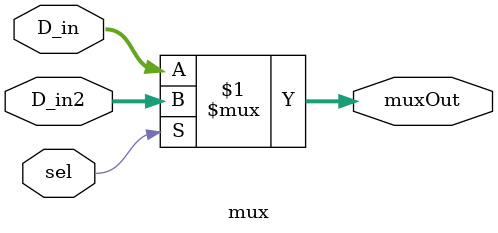
<source format=v>
`timescale 1ns / 1ps

// In submitting this file for class work at CSULB I am confirming  
// that this is my work product.  In the event other code sources are  
// utilized I will document that code identifying the author. In  
// submitting this work I acknowledge that plagiarism in student  
// project work is subject to dismissal from the class
//
//////////////////////////////////////////////////////////////////////////////////
module mux(D_in, D_in2, sel, muxOut);
	input sel;
	
	input 		[15:0] 		D_in, D_in2;

	output wire [15:0] 		muxOut;
	
	
	assign muxOut = (sel) ? D_in2 : D_in;

endmodule

</source>
